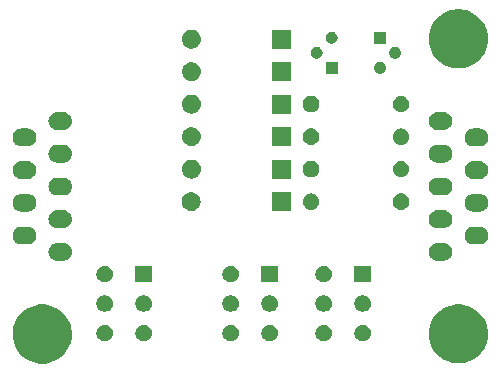
<source format=gbs>
G04 #@! TF.GenerationSoftware,KiCad,Pcbnew,5.0.2-bee76a0~70~ubuntu16.04.1*
G04 #@! TF.CreationDate,2019-02-24T19:25:28+01:00*
G04 #@! TF.ProjectId,OpenC64MegaDrivePadAdapter,4f70656e-4336-4344-9d65-676144726976,5*
G04 #@! TF.SameCoordinates,Original*
G04 #@! TF.FileFunction,Soldermask,Bot*
G04 #@! TF.FilePolarity,Negative*
%FSLAX46Y46*%
G04 Gerber Fmt 4.6, Leading zero omitted, Abs format (unit mm)*
G04 Created by KiCad (PCBNEW 5.0.2-bee76a0~70~ubuntu16.04.1) date dom 24 feb 2019 19:25:28 CET*
%MOMM*%
%LPD*%
G01*
G04 APERTURE LIST*
%ADD10C,0.100000*%
G04 APERTURE END LIST*
D10*
G36*
X144411849Y-113879419D02*
X144653407Y-113927468D01*
X144841909Y-114005548D01*
X145108491Y-114115970D01*
X145518061Y-114389636D01*
X145866364Y-114737939D01*
X146140030Y-115147509D01*
X146250452Y-115414091D01*
X146328532Y-115602593D01*
X146368948Y-115805776D01*
X146424344Y-116084268D01*
X146424630Y-116085709D01*
X146424630Y-116578291D01*
X146328819Y-117059966D01*
X146328532Y-117061406D01*
X146140030Y-117516491D01*
X145866364Y-117926061D01*
X145518061Y-118274364D01*
X145108491Y-118548030D01*
X144841909Y-118658452D01*
X144653407Y-118736532D01*
X144411849Y-118784581D01*
X144170292Y-118832630D01*
X143677708Y-118832630D01*
X143436151Y-118784581D01*
X143194593Y-118736532D01*
X143006091Y-118658452D01*
X142739509Y-118548030D01*
X142329939Y-118274364D01*
X141981636Y-117926061D01*
X141707970Y-117516491D01*
X141519468Y-117061406D01*
X141519182Y-117059966D01*
X141423370Y-116578291D01*
X141423370Y-116085709D01*
X141423657Y-116084268D01*
X141479052Y-115805776D01*
X141519468Y-115602593D01*
X141597548Y-115414091D01*
X141707970Y-115147509D01*
X141981636Y-114737939D01*
X142329939Y-114389636D01*
X142739509Y-114115970D01*
X143006091Y-114005548D01*
X143194593Y-113927468D01*
X143436151Y-113879419D01*
X143677708Y-113831370D01*
X144170292Y-113831370D01*
X144411849Y-113879419D01*
X144411849Y-113879419D01*
G37*
G36*
X179641849Y-113877979D02*
X179883407Y-113926028D01*
X179956207Y-113956183D01*
X180338491Y-114114530D01*
X180748061Y-114388196D01*
X181096364Y-114736499D01*
X181370030Y-115146069D01*
X181370626Y-115147509D01*
X181558532Y-115601153D01*
X181564602Y-115631668D01*
X181654630Y-116084268D01*
X181654630Y-116576852D01*
X181653293Y-116583574D01*
X181558532Y-117059967D01*
X181480452Y-117248469D01*
X181370030Y-117515051D01*
X181096364Y-117924621D01*
X180748061Y-118272924D01*
X180338491Y-118546590D01*
X180071909Y-118657012D01*
X179883407Y-118735092D01*
X179641849Y-118783141D01*
X179400292Y-118831190D01*
X178907708Y-118831190D01*
X178666151Y-118783141D01*
X178424593Y-118735092D01*
X178236091Y-118657012D01*
X177969509Y-118546590D01*
X177559939Y-118272924D01*
X177211636Y-117924621D01*
X176937970Y-117515051D01*
X176827548Y-117248469D01*
X176749468Y-117059967D01*
X176654707Y-116583574D01*
X176653370Y-116576852D01*
X176653370Y-116084268D01*
X176743398Y-115631668D01*
X176749468Y-115601153D01*
X176937374Y-115147509D01*
X176937970Y-115146069D01*
X177211636Y-114736499D01*
X177559939Y-114388196D01*
X177969509Y-114114530D01*
X178351793Y-113956183D01*
X178424593Y-113926028D01*
X178666151Y-113877979D01*
X178907708Y-113829930D01*
X179400292Y-113829930D01*
X179641849Y-113877979D01*
X179641849Y-113877979D01*
G37*
G36*
X160072183Y-115578900D02*
X160199574Y-115631668D01*
X160314225Y-115708275D01*
X160411725Y-115805775D01*
X160488332Y-115920426D01*
X160541100Y-116047817D01*
X160568000Y-116183055D01*
X160568000Y-116320945D01*
X160541100Y-116456183D01*
X160488332Y-116583574D01*
X160411725Y-116698225D01*
X160314225Y-116795725D01*
X160199574Y-116872332D01*
X160072183Y-116925100D01*
X159936945Y-116952000D01*
X159799055Y-116952000D01*
X159663817Y-116925100D01*
X159536426Y-116872332D01*
X159421775Y-116795725D01*
X159324275Y-116698225D01*
X159247668Y-116583574D01*
X159194900Y-116456183D01*
X159168000Y-116320945D01*
X159168000Y-116183055D01*
X159194900Y-116047817D01*
X159247668Y-115920426D01*
X159324275Y-115805775D01*
X159421775Y-115708275D01*
X159536426Y-115631668D01*
X159663817Y-115578900D01*
X159799055Y-115552000D01*
X159936945Y-115552000D01*
X160072183Y-115578900D01*
X160072183Y-115578900D01*
G37*
G36*
X163372183Y-115578900D02*
X163499574Y-115631668D01*
X163614225Y-115708275D01*
X163711725Y-115805775D01*
X163788332Y-115920426D01*
X163841100Y-116047817D01*
X163868000Y-116183055D01*
X163868000Y-116320945D01*
X163841100Y-116456183D01*
X163788332Y-116583574D01*
X163711725Y-116698225D01*
X163614225Y-116795725D01*
X163499574Y-116872332D01*
X163372183Y-116925100D01*
X163236945Y-116952000D01*
X163099055Y-116952000D01*
X162963817Y-116925100D01*
X162836426Y-116872332D01*
X162721775Y-116795725D01*
X162624275Y-116698225D01*
X162547668Y-116583574D01*
X162494900Y-116456183D01*
X162468000Y-116320945D01*
X162468000Y-116183055D01*
X162494900Y-116047817D01*
X162547668Y-115920426D01*
X162624275Y-115805775D01*
X162721775Y-115708275D01*
X162836426Y-115631668D01*
X162963817Y-115578900D01*
X163099055Y-115552000D01*
X163236945Y-115552000D01*
X163372183Y-115578900D01*
X163372183Y-115578900D01*
G37*
G36*
X167946183Y-115578900D02*
X168073574Y-115631668D01*
X168188225Y-115708275D01*
X168285725Y-115805775D01*
X168362332Y-115920426D01*
X168415100Y-116047817D01*
X168442000Y-116183055D01*
X168442000Y-116320945D01*
X168415100Y-116456183D01*
X168362332Y-116583574D01*
X168285725Y-116698225D01*
X168188225Y-116795725D01*
X168073574Y-116872332D01*
X167946183Y-116925100D01*
X167810945Y-116952000D01*
X167673055Y-116952000D01*
X167537817Y-116925100D01*
X167410426Y-116872332D01*
X167295775Y-116795725D01*
X167198275Y-116698225D01*
X167121668Y-116583574D01*
X167068900Y-116456183D01*
X167042000Y-116320945D01*
X167042000Y-116183055D01*
X167068900Y-116047817D01*
X167121668Y-115920426D01*
X167198275Y-115805775D01*
X167295775Y-115708275D01*
X167410426Y-115631668D01*
X167537817Y-115578900D01*
X167673055Y-115552000D01*
X167810945Y-115552000D01*
X167946183Y-115578900D01*
X167946183Y-115578900D01*
G37*
G36*
X149404183Y-115578900D02*
X149531574Y-115631668D01*
X149646225Y-115708275D01*
X149743725Y-115805775D01*
X149820332Y-115920426D01*
X149873100Y-116047817D01*
X149900000Y-116183055D01*
X149900000Y-116320945D01*
X149873100Y-116456183D01*
X149820332Y-116583574D01*
X149743725Y-116698225D01*
X149646225Y-116795725D01*
X149531574Y-116872332D01*
X149404183Y-116925100D01*
X149268945Y-116952000D01*
X149131055Y-116952000D01*
X148995817Y-116925100D01*
X148868426Y-116872332D01*
X148753775Y-116795725D01*
X148656275Y-116698225D01*
X148579668Y-116583574D01*
X148526900Y-116456183D01*
X148500000Y-116320945D01*
X148500000Y-116183055D01*
X148526900Y-116047817D01*
X148579668Y-115920426D01*
X148656275Y-115805775D01*
X148753775Y-115708275D01*
X148868426Y-115631668D01*
X148995817Y-115578900D01*
X149131055Y-115552000D01*
X149268945Y-115552000D01*
X149404183Y-115578900D01*
X149404183Y-115578900D01*
G37*
G36*
X152704183Y-115578900D02*
X152831574Y-115631668D01*
X152946225Y-115708275D01*
X153043725Y-115805775D01*
X153120332Y-115920426D01*
X153173100Y-116047817D01*
X153200000Y-116183055D01*
X153200000Y-116320945D01*
X153173100Y-116456183D01*
X153120332Y-116583574D01*
X153043725Y-116698225D01*
X152946225Y-116795725D01*
X152831574Y-116872332D01*
X152704183Y-116925100D01*
X152568945Y-116952000D01*
X152431055Y-116952000D01*
X152295817Y-116925100D01*
X152168426Y-116872332D01*
X152053775Y-116795725D01*
X151956275Y-116698225D01*
X151879668Y-116583574D01*
X151826900Y-116456183D01*
X151800000Y-116320945D01*
X151800000Y-116183055D01*
X151826900Y-116047817D01*
X151879668Y-115920426D01*
X151956275Y-115805775D01*
X152053775Y-115708275D01*
X152168426Y-115631668D01*
X152295817Y-115578900D01*
X152431055Y-115552000D01*
X152568945Y-115552000D01*
X152704183Y-115578900D01*
X152704183Y-115578900D01*
G37*
G36*
X171246183Y-115578900D02*
X171373574Y-115631668D01*
X171488225Y-115708275D01*
X171585725Y-115805775D01*
X171662332Y-115920426D01*
X171715100Y-116047817D01*
X171742000Y-116183055D01*
X171742000Y-116320945D01*
X171715100Y-116456183D01*
X171662332Y-116583574D01*
X171585725Y-116698225D01*
X171488225Y-116795725D01*
X171373574Y-116872332D01*
X171246183Y-116925100D01*
X171110945Y-116952000D01*
X170973055Y-116952000D01*
X170837817Y-116925100D01*
X170710426Y-116872332D01*
X170595775Y-116795725D01*
X170498275Y-116698225D01*
X170421668Y-116583574D01*
X170368900Y-116456183D01*
X170342000Y-116320945D01*
X170342000Y-116183055D01*
X170368900Y-116047817D01*
X170421668Y-115920426D01*
X170498275Y-115805775D01*
X170595775Y-115708275D01*
X170710426Y-115631668D01*
X170837817Y-115578900D01*
X170973055Y-115552000D01*
X171110945Y-115552000D01*
X171246183Y-115578900D01*
X171246183Y-115578900D01*
G37*
G36*
X149404183Y-113078900D02*
X149531574Y-113131668D01*
X149646225Y-113208275D01*
X149743725Y-113305775D01*
X149820332Y-113420426D01*
X149873100Y-113547817D01*
X149900000Y-113683055D01*
X149900000Y-113820945D01*
X149873100Y-113956183D01*
X149820332Y-114083574D01*
X149743725Y-114198225D01*
X149646225Y-114295725D01*
X149531574Y-114372332D01*
X149404183Y-114425100D01*
X149268945Y-114452000D01*
X149131055Y-114452000D01*
X148995817Y-114425100D01*
X148868426Y-114372332D01*
X148753775Y-114295725D01*
X148656275Y-114198225D01*
X148579668Y-114083574D01*
X148526900Y-113956183D01*
X148500000Y-113820945D01*
X148500000Y-113683055D01*
X148526900Y-113547817D01*
X148579668Y-113420426D01*
X148656275Y-113305775D01*
X148753775Y-113208275D01*
X148868426Y-113131668D01*
X148995817Y-113078900D01*
X149131055Y-113052000D01*
X149268945Y-113052000D01*
X149404183Y-113078900D01*
X149404183Y-113078900D01*
G37*
G36*
X160072183Y-113078900D02*
X160199574Y-113131668D01*
X160314225Y-113208275D01*
X160411725Y-113305775D01*
X160488332Y-113420426D01*
X160541100Y-113547817D01*
X160568000Y-113683055D01*
X160568000Y-113820945D01*
X160541100Y-113956183D01*
X160488332Y-114083574D01*
X160411725Y-114198225D01*
X160314225Y-114295725D01*
X160199574Y-114372332D01*
X160072183Y-114425100D01*
X159936945Y-114452000D01*
X159799055Y-114452000D01*
X159663817Y-114425100D01*
X159536426Y-114372332D01*
X159421775Y-114295725D01*
X159324275Y-114198225D01*
X159247668Y-114083574D01*
X159194900Y-113956183D01*
X159168000Y-113820945D01*
X159168000Y-113683055D01*
X159194900Y-113547817D01*
X159247668Y-113420426D01*
X159324275Y-113305775D01*
X159421775Y-113208275D01*
X159536426Y-113131668D01*
X159663817Y-113078900D01*
X159799055Y-113052000D01*
X159936945Y-113052000D01*
X160072183Y-113078900D01*
X160072183Y-113078900D01*
G37*
G36*
X163372183Y-113078900D02*
X163499574Y-113131668D01*
X163614225Y-113208275D01*
X163711725Y-113305775D01*
X163788332Y-113420426D01*
X163841100Y-113547817D01*
X163868000Y-113683055D01*
X163868000Y-113820945D01*
X163841100Y-113956183D01*
X163788332Y-114083574D01*
X163711725Y-114198225D01*
X163614225Y-114295725D01*
X163499574Y-114372332D01*
X163372183Y-114425100D01*
X163236945Y-114452000D01*
X163099055Y-114452000D01*
X162963817Y-114425100D01*
X162836426Y-114372332D01*
X162721775Y-114295725D01*
X162624275Y-114198225D01*
X162547668Y-114083574D01*
X162494900Y-113956183D01*
X162468000Y-113820945D01*
X162468000Y-113683055D01*
X162494900Y-113547817D01*
X162547668Y-113420426D01*
X162624275Y-113305775D01*
X162721775Y-113208275D01*
X162836426Y-113131668D01*
X162963817Y-113078900D01*
X163099055Y-113052000D01*
X163236945Y-113052000D01*
X163372183Y-113078900D01*
X163372183Y-113078900D01*
G37*
G36*
X167946183Y-113078900D02*
X168073574Y-113131668D01*
X168188225Y-113208275D01*
X168285725Y-113305775D01*
X168362332Y-113420426D01*
X168415100Y-113547817D01*
X168442000Y-113683055D01*
X168442000Y-113820945D01*
X168415100Y-113956183D01*
X168362332Y-114083574D01*
X168285725Y-114198225D01*
X168188225Y-114295725D01*
X168073574Y-114372332D01*
X167946183Y-114425100D01*
X167810945Y-114452000D01*
X167673055Y-114452000D01*
X167537817Y-114425100D01*
X167410426Y-114372332D01*
X167295775Y-114295725D01*
X167198275Y-114198225D01*
X167121668Y-114083574D01*
X167068900Y-113956183D01*
X167042000Y-113820945D01*
X167042000Y-113683055D01*
X167068900Y-113547817D01*
X167121668Y-113420426D01*
X167198275Y-113305775D01*
X167295775Y-113208275D01*
X167410426Y-113131668D01*
X167537817Y-113078900D01*
X167673055Y-113052000D01*
X167810945Y-113052000D01*
X167946183Y-113078900D01*
X167946183Y-113078900D01*
G37*
G36*
X171246183Y-113078900D02*
X171373574Y-113131668D01*
X171488225Y-113208275D01*
X171585725Y-113305775D01*
X171662332Y-113420426D01*
X171715100Y-113547817D01*
X171742000Y-113683055D01*
X171742000Y-113820945D01*
X171715100Y-113956183D01*
X171662332Y-114083574D01*
X171585725Y-114198225D01*
X171488225Y-114295725D01*
X171373574Y-114372332D01*
X171246183Y-114425100D01*
X171110945Y-114452000D01*
X170973055Y-114452000D01*
X170837817Y-114425100D01*
X170710426Y-114372332D01*
X170595775Y-114295725D01*
X170498275Y-114198225D01*
X170421668Y-114083574D01*
X170368900Y-113956183D01*
X170342000Y-113820945D01*
X170342000Y-113683055D01*
X170368900Y-113547817D01*
X170421668Y-113420426D01*
X170498275Y-113305775D01*
X170595775Y-113208275D01*
X170710426Y-113131668D01*
X170837817Y-113078900D01*
X170973055Y-113052000D01*
X171110945Y-113052000D01*
X171246183Y-113078900D01*
X171246183Y-113078900D01*
G37*
G36*
X152704183Y-113078900D02*
X152831574Y-113131668D01*
X152946225Y-113208275D01*
X153043725Y-113305775D01*
X153120332Y-113420426D01*
X153173100Y-113547817D01*
X153200000Y-113683055D01*
X153200000Y-113820945D01*
X153173100Y-113956183D01*
X153120332Y-114083574D01*
X153043725Y-114198225D01*
X152946225Y-114295725D01*
X152831574Y-114372332D01*
X152704183Y-114425100D01*
X152568945Y-114452000D01*
X152431055Y-114452000D01*
X152295817Y-114425100D01*
X152168426Y-114372332D01*
X152053775Y-114295725D01*
X151956275Y-114198225D01*
X151879668Y-114083574D01*
X151826900Y-113956183D01*
X151800000Y-113820945D01*
X151800000Y-113683055D01*
X151826900Y-113547817D01*
X151879668Y-113420426D01*
X151956275Y-113305775D01*
X152053775Y-113208275D01*
X152168426Y-113131668D01*
X152295817Y-113078900D01*
X152431055Y-113052000D01*
X152568945Y-113052000D01*
X152704183Y-113078900D01*
X152704183Y-113078900D01*
G37*
G36*
X160072183Y-110578900D02*
X160199574Y-110631668D01*
X160314225Y-110708275D01*
X160411725Y-110805775D01*
X160488332Y-110920426D01*
X160541100Y-111047817D01*
X160568000Y-111183055D01*
X160568000Y-111320945D01*
X160541100Y-111456183D01*
X160488332Y-111583574D01*
X160411725Y-111698225D01*
X160314225Y-111795725D01*
X160199574Y-111872332D01*
X160072183Y-111925100D01*
X159936945Y-111952000D01*
X159799055Y-111952000D01*
X159663817Y-111925100D01*
X159536426Y-111872332D01*
X159421775Y-111795725D01*
X159324275Y-111698225D01*
X159247668Y-111583574D01*
X159194900Y-111456183D01*
X159168000Y-111320945D01*
X159168000Y-111183055D01*
X159194900Y-111047817D01*
X159247668Y-110920426D01*
X159324275Y-110805775D01*
X159421775Y-110708275D01*
X159536426Y-110631668D01*
X159663817Y-110578900D01*
X159799055Y-110552000D01*
X159936945Y-110552000D01*
X160072183Y-110578900D01*
X160072183Y-110578900D01*
G37*
G36*
X149404183Y-110578900D02*
X149531574Y-110631668D01*
X149646225Y-110708275D01*
X149743725Y-110805775D01*
X149820332Y-110920426D01*
X149873100Y-111047817D01*
X149900000Y-111183055D01*
X149900000Y-111320945D01*
X149873100Y-111456183D01*
X149820332Y-111583574D01*
X149743725Y-111698225D01*
X149646225Y-111795725D01*
X149531574Y-111872332D01*
X149404183Y-111925100D01*
X149268945Y-111952000D01*
X149131055Y-111952000D01*
X148995817Y-111925100D01*
X148868426Y-111872332D01*
X148753775Y-111795725D01*
X148656275Y-111698225D01*
X148579668Y-111583574D01*
X148526900Y-111456183D01*
X148500000Y-111320945D01*
X148500000Y-111183055D01*
X148526900Y-111047817D01*
X148579668Y-110920426D01*
X148656275Y-110805775D01*
X148753775Y-110708275D01*
X148868426Y-110631668D01*
X148995817Y-110578900D01*
X149131055Y-110552000D01*
X149268945Y-110552000D01*
X149404183Y-110578900D01*
X149404183Y-110578900D01*
G37*
G36*
X163868000Y-111952000D02*
X162468000Y-111952000D01*
X162468000Y-110552000D01*
X163868000Y-110552000D01*
X163868000Y-111952000D01*
X163868000Y-111952000D01*
G37*
G36*
X167946183Y-110578900D02*
X168073574Y-110631668D01*
X168188225Y-110708275D01*
X168285725Y-110805775D01*
X168362332Y-110920426D01*
X168415100Y-111047817D01*
X168442000Y-111183055D01*
X168442000Y-111320945D01*
X168415100Y-111456183D01*
X168362332Y-111583574D01*
X168285725Y-111698225D01*
X168188225Y-111795725D01*
X168073574Y-111872332D01*
X167946183Y-111925100D01*
X167810945Y-111952000D01*
X167673055Y-111952000D01*
X167537817Y-111925100D01*
X167410426Y-111872332D01*
X167295775Y-111795725D01*
X167198275Y-111698225D01*
X167121668Y-111583574D01*
X167068900Y-111456183D01*
X167042000Y-111320945D01*
X167042000Y-111183055D01*
X167068900Y-111047817D01*
X167121668Y-110920426D01*
X167198275Y-110805775D01*
X167295775Y-110708275D01*
X167410426Y-110631668D01*
X167537817Y-110578900D01*
X167673055Y-110552000D01*
X167810945Y-110552000D01*
X167946183Y-110578900D01*
X167946183Y-110578900D01*
G37*
G36*
X153200000Y-111952000D02*
X151800000Y-111952000D01*
X151800000Y-110552000D01*
X153200000Y-110552000D01*
X153200000Y-111952000D01*
X153200000Y-111952000D01*
G37*
G36*
X171742000Y-111952000D02*
X170342000Y-111952000D01*
X170342000Y-110552000D01*
X171742000Y-110552000D01*
X171742000Y-111952000D01*
X171742000Y-111952000D01*
G37*
G36*
X145838974Y-108637770D02*
X145838977Y-108637771D01*
X145980460Y-108680689D01*
X145980462Y-108680690D01*
X146110854Y-108750386D01*
X146225141Y-108844179D01*
X146318934Y-108958466D01*
X146388630Y-109088858D01*
X146431550Y-109230346D01*
X146446041Y-109377480D01*
X146431550Y-109524614D01*
X146431549Y-109524617D01*
X146389068Y-109664660D01*
X146388630Y-109666102D01*
X146318934Y-109796494D01*
X146225141Y-109910781D01*
X146110854Y-110004574D01*
X146110852Y-110004575D01*
X145980460Y-110074271D01*
X145865314Y-110109200D01*
X145838974Y-110117190D01*
X145728709Y-110128050D01*
X145157131Y-110128050D01*
X145046866Y-110117190D01*
X145020526Y-110109200D01*
X144905380Y-110074271D01*
X144774988Y-110004575D01*
X144774986Y-110004574D01*
X144660699Y-109910781D01*
X144566906Y-109796494D01*
X144497210Y-109666102D01*
X144496773Y-109664660D01*
X144454291Y-109524617D01*
X144454290Y-109524614D01*
X144439799Y-109377480D01*
X144454290Y-109230346D01*
X144497210Y-109088858D01*
X144566906Y-108958466D01*
X144660699Y-108844179D01*
X144774986Y-108750386D01*
X144905378Y-108680690D01*
X144905380Y-108680689D01*
X145046863Y-108637771D01*
X145046866Y-108637770D01*
X145157131Y-108626910D01*
X145728709Y-108626910D01*
X145838974Y-108637770D01*
X145838974Y-108637770D01*
G37*
G36*
X178031134Y-108636330D02*
X178031137Y-108636331D01*
X178172620Y-108679249D01*
X178172622Y-108679250D01*
X178303014Y-108748946D01*
X178417301Y-108842739D01*
X178511094Y-108957026D01*
X178511095Y-108957028D01*
X178580791Y-109087420D01*
X178615720Y-109202566D01*
X178623710Y-109228906D01*
X178638201Y-109376040D01*
X178623710Y-109523174D01*
X178580790Y-109664662D01*
X178511094Y-109795054D01*
X178417301Y-109909341D01*
X178303014Y-110003134D01*
X178303012Y-110003135D01*
X178172620Y-110072831D01*
X178057474Y-110107760D01*
X178031134Y-110115750D01*
X177920869Y-110126610D01*
X177349291Y-110126610D01*
X177239026Y-110115750D01*
X177212686Y-110107760D01*
X177097540Y-110072831D01*
X176967148Y-110003135D01*
X176967146Y-110003134D01*
X176852859Y-109909341D01*
X176759066Y-109795054D01*
X176689370Y-109664662D01*
X176646450Y-109523174D01*
X176631959Y-109376040D01*
X176646450Y-109228906D01*
X176654440Y-109202566D01*
X176689369Y-109087420D01*
X176759065Y-108957028D01*
X176759066Y-108957026D01*
X176852859Y-108842739D01*
X176967146Y-108748946D01*
X177097538Y-108679250D01*
X177097540Y-108679249D01*
X177239023Y-108636331D01*
X177239026Y-108636330D01*
X177349291Y-108625470D01*
X177920869Y-108625470D01*
X178031134Y-108636330D01*
X178031134Y-108636330D01*
G37*
G36*
X142801134Y-107253470D02*
X142801137Y-107253471D01*
X142942620Y-107296389D01*
X142942622Y-107296390D01*
X143073014Y-107366086D01*
X143187301Y-107459879D01*
X143281094Y-107574166D01*
X143350790Y-107704558D01*
X143393710Y-107846046D01*
X143408201Y-107993180D01*
X143393710Y-108140314D01*
X143393709Y-108140317D01*
X143351228Y-108280360D01*
X143350790Y-108281802D01*
X143281094Y-108412194D01*
X143187301Y-108526481D01*
X143073014Y-108620274D01*
X142959984Y-108680690D01*
X142942620Y-108689971D01*
X142827474Y-108724900D01*
X142801134Y-108732890D01*
X142690869Y-108743750D01*
X142119291Y-108743750D01*
X142009026Y-108732890D01*
X141982686Y-108724900D01*
X141867540Y-108689971D01*
X141850176Y-108680690D01*
X141737146Y-108620274D01*
X141622859Y-108526481D01*
X141529066Y-108412194D01*
X141459370Y-108281802D01*
X141458933Y-108280360D01*
X141416451Y-108140317D01*
X141416450Y-108140314D01*
X141401959Y-107993180D01*
X141416450Y-107846046D01*
X141459370Y-107704558D01*
X141529066Y-107574166D01*
X141622859Y-107459879D01*
X141737146Y-107366086D01*
X141867538Y-107296390D01*
X141867540Y-107296389D01*
X142009023Y-107253471D01*
X142009026Y-107253470D01*
X142119291Y-107242610D01*
X142690869Y-107242610D01*
X142801134Y-107253470D01*
X142801134Y-107253470D01*
G37*
G36*
X181068974Y-107252030D02*
X181068977Y-107252031D01*
X181210460Y-107294949D01*
X181210462Y-107294950D01*
X181340854Y-107364646D01*
X181455141Y-107458439D01*
X181548934Y-107572726D01*
X181548935Y-107572728D01*
X181618631Y-107703120D01*
X181653560Y-107818266D01*
X181661550Y-107844606D01*
X181676041Y-107991740D01*
X181661550Y-108138874D01*
X181618630Y-108280362D01*
X181548934Y-108410754D01*
X181455141Y-108525041D01*
X181340854Y-108618834D01*
X181210462Y-108688530D01*
X181210460Y-108688531D01*
X181095314Y-108723460D01*
X181068974Y-108731450D01*
X180958709Y-108742310D01*
X180387131Y-108742310D01*
X180276866Y-108731450D01*
X180250526Y-108723460D01*
X180135380Y-108688531D01*
X180135378Y-108688530D01*
X180004986Y-108618834D01*
X179890699Y-108525041D01*
X179796906Y-108410754D01*
X179727210Y-108280362D01*
X179684290Y-108138874D01*
X179669799Y-107991740D01*
X179684290Y-107844606D01*
X179692280Y-107818266D01*
X179727209Y-107703120D01*
X179796905Y-107572728D01*
X179796906Y-107572726D01*
X179890699Y-107458439D01*
X180004986Y-107364646D01*
X180135378Y-107294950D01*
X180135380Y-107294949D01*
X180276863Y-107252031D01*
X180276866Y-107252030D01*
X180387131Y-107241170D01*
X180958709Y-107241170D01*
X181068974Y-107252030D01*
X181068974Y-107252030D01*
G37*
G36*
X145838974Y-105869170D02*
X145838977Y-105869171D01*
X145980460Y-105912089D01*
X145980462Y-105912090D01*
X146110854Y-105981786D01*
X146225141Y-106075579D01*
X146318934Y-106189866D01*
X146388630Y-106320258D01*
X146431550Y-106461746D01*
X146446041Y-106608880D01*
X146431550Y-106756014D01*
X146431549Y-106756017D01*
X146389068Y-106896060D01*
X146388630Y-106897502D01*
X146318934Y-107027894D01*
X146225141Y-107142181D01*
X146110854Y-107235974D01*
X145997824Y-107296390D01*
X145980460Y-107305671D01*
X145865314Y-107340600D01*
X145838974Y-107348590D01*
X145728709Y-107359450D01*
X145157131Y-107359450D01*
X145046866Y-107348590D01*
X145020526Y-107340600D01*
X144905380Y-107305671D01*
X144888016Y-107296390D01*
X144774986Y-107235974D01*
X144660699Y-107142181D01*
X144566906Y-107027894D01*
X144497210Y-106897502D01*
X144496773Y-106896060D01*
X144454291Y-106756017D01*
X144454290Y-106756014D01*
X144439799Y-106608880D01*
X144454290Y-106461746D01*
X144497210Y-106320258D01*
X144566906Y-106189866D01*
X144660699Y-106075579D01*
X144774986Y-105981786D01*
X144905378Y-105912090D01*
X144905380Y-105912089D01*
X145046863Y-105869171D01*
X145046866Y-105869170D01*
X145157131Y-105858310D01*
X145728709Y-105858310D01*
X145838974Y-105869170D01*
X145838974Y-105869170D01*
G37*
G36*
X178031134Y-105867730D02*
X178031137Y-105867731D01*
X178172620Y-105910649D01*
X178172622Y-105910650D01*
X178303014Y-105980346D01*
X178417301Y-106074139D01*
X178511094Y-106188426D01*
X178511095Y-106188428D01*
X178580791Y-106318820D01*
X178615720Y-106433966D01*
X178623710Y-106460306D01*
X178638201Y-106607440D01*
X178623710Y-106754574D01*
X178580790Y-106896062D01*
X178511094Y-107026454D01*
X178417301Y-107140741D01*
X178303014Y-107234534D01*
X178172622Y-107304230D01*
X178172620Y-107304231D01*
X178057474Y-107339160D01*
X178031134Y-107347150D01*
X177920869Y-107358010D01*
X177349291Y-107358010D01*
X177239026Y-107347150D01*
X177212686Y-107339160D01*
X177097540Y-107304231D01*
X177097538Y-107304230D01*
X176967146Y-107234534D01*
X176852859Y-107140741D01*
X176759066Y-107026454D01*
X176689370Y-106896062D01*
X176646450Y-106754574D01*
X176631959Y-106607440D01*
X176646450Y-106460306D01*
X176654440Y-106433966D01*
X176689369Y-106318820D01*
X176759065Y-106188428D01*
X176759066Y-106188426D01*
X176852859Y-106074139D01*
X176967146Y-105980346D01*
X177097538Y-105910650D01*
X177097540Y-105910649D01*
X177239023Y-105867731D01*
X177239026Y-105867730D01*
X177349291Y-105856870D01*
X177920869Y-105856870D01*
X178031134Y-105867730D01*
X178031134Y-105867730D01*
G37*
G36*
X142801134Y-104482330D02*
X142801137Y-104482331D01*
X142942620Y-104525249D01*
X142942622Y-104525250D01*
X143073014Y-104594946D01*
X143187301Y-104688739D01*
X143281094Y-104803026D01*
X143281095Y-104803028D01*
X143350791Y-104933420D01*
X143365642Y-104982378D01*
X143393710Y-105074906D01*
X143408201Y-105222040D01*
X143393710Y-105369174D01*
X143393709Y-105369177D01*
X143350876Y-105510381D01*
X143350790Y-105510662D01*
X143281094Y-105641054D01*
X143187301Y-105755341D01*
X143073014Y-105849134D01*
X142955232Y-105912090D01*
X142942620Y-105918831D01*
X142827474Y-105953760D01*
X142801134Y-105961750D01*
X142690869Y-105972610D01*
X142119291Y-105972610D01*
X142009026Y-105961750D01*
X141982686Y-105953760D01*
X141867540Y-105918831D01*
X141854928Y-105912090D01*
X141737146Y-105849134D01*
X141622859Y-105755341D01*
X141529066Y-105641054D01*
X141459370Y-105510662D01*
X141459285Y-105510381D01*
X141416451Y-105369177D01*
X141416450Y-105369174D01*
X141401959Y-105222040D01*
X141416450Y-105074906D01*
X141444518Y-104982378D01*
X141459369Y-104933420D01*
X141529065Y-104803028D01*
X141529066Y-104803026D01*
X141622859Y-104688739D01*
X141737146Y-104594946D01*
X141867538Y-104525250D01*
X141867540Y-104525249D01*
X142009023Y-104482331D01*
X142009026Y-104482330D01*
X142119291Y-104471470D01*
X142690869Y-104471470D01*
X142801134Y-104482330D01*
X142801134Y-104482330D01*
G37*
G36*
X181068974Y-104480890D02*
X181068977Y-104480891D01*
X181210460Y-104523809D01*
X181210462Y-104523810D01*
X181340854Y-104593506D01*
X181455141Y-104687299D01*
X181548934Y-104801586D01*
X181548935Y-104801588D01*
X181618631Y-104931980D01*
X181627972Y-104962773D01*
X181661550Y-105073466D01*
X181676041Y-105220600D01*
X181661550Y-105367734D01*
X181618630Y-105509222D01*
X181548934Y-105639614D01*
X181455141Y-105753901D01*
X181340854Y-105847694D01*
X181210462Y-105917390D01*
X181210460Y-105917391D01*
X181095314Y-105952320D01*
X181068974Y-105960310D01*
X180958709Y-105971170D01*
X180387131Y-105971170D01*
X180276866Y-105960310D01*
X180250526Y-105952320D01*
X180135380Y-105917391D01*
X180135378Y-105917390D01*
X180004986Y-105847694D01*
X179890699Y-105753901D01*
X179796906Y-105639614D01*
X179727210Y-105509222D01*
X179684290Y-105367734D01*
X179669799Y-105220600D01*
X179684290Y-105073466D01*
X179717868Y-104962773D01*
X179727209Y-104931980D01*
X179796905Y-104801588D01*
X179796906Y-104801586D01*
X179890699Y-104687299D01*
X180004986Y-104593506D01*
X180135378Y-104523810D01*
X180135380Y-104523809D01*
X180276863Y-104480891D01*
X180276866Y-104480890D01*
X180387131Y-104470030D01*
X180958709Y-104470030D01*
X181068974Y-104480890D01*
X181068974Y-104480890D01*
G37*
G36*
X156644849Y-104327317D02*
X156684027Y-104331176D01*
X156759428Y-104354049D01*
X156834829Y-104376921D01*
X156973808Y-104451208D01*
X157095622Y-104551178D01*
X157195592Y-104672992D01*
X157269879Y-104811971D01*
X157315624Y-104962774D01*
X157331070Y-105119600D01*
X157315624Y-105276426D01*
X157269879Y-105427229D01*
X157195592Y-105566208D01*
X157095622Y-105688022D01*
X156973808Y-105787992D01*
X156834829Y-105862279D01*
X156759428Y-105885151D01*
X156684027Y-105908024D01*
X156644849Y-105911883D01*
X156566495Y-105919600D01*
X156487905Y-105919600D01*
X156409551Y-105911883D01*
X156370373Y-105908024D01*
X156294972Y-105885151D01*
X156219571Y-105862279D01*
X156080592Y-105787992D01*
X155958778Y-105688022D01*
X155858808Y-105566208D01*
X155784521Y-105427229D01*
X155738776Y-105276426D01*
X155723330Y-105119600D01*
X155738776Y-104962774D01*
X155784521Y-104811971D01*
X155858808Y-104672992D01*
X155958778Y-104551178D01*
X156080592Y-104451208D01*
X156219571Y-104376921D01*
X156294972Y-104354049D01*
X156370373Y-104331176D01*
X156409551Y-104327317D01*
X156487905Y-104319600D01*
X156566495Y-104319600D01*
X156644849Y-104327317D01*
X156644849Y-104327317D01*
G37*
G36*
X164947200Y-105919600D02*
X163347200Y-105919600D01*
X163347200Y-104319600D01*
X164947200Y-104319600D01*
X164947200Y-105919600D01*
X164947200Y-105919600D01*
G37*
G36*
X174431224Y-104429728D02*
X174563175Y-104469755D01*
X174684781Y-104534755D01*
X174791370Y-104622230D01*
X174878845Y-104728819D01*
X174943845Y-104850425D01*
X174983872Y-104982376D01*
X174997387Y-105119600D01*
X174983872Y-105256824D01*
X174943845Y-105388775D01*
X174878845Y-105510381D01*
X174791370Y-105616970D01*
X174684781Y-105704445D01*
X174563175Y-105769445D01*
X174431224Y-105809472D01*
X174328390Y-105819600D01*
X174259610Y-105819600D01*
X174156776Y-105809472D01*
X174024825Y-105769445D01*
X173903219Y-105704445D01*
X173796630Y-105616970D01*
X173709155Y-105510381D01*
X173644155Y-105388775D01*
X173604128Y-105256824D01*
X173590613Y-105119600D01*
X173604128Y-104982376D01*
X173644155Y-104850425D01*
X173709155Y-104728819D01*
X173796630Y-104622230D01*
X173903219Y-104534755D01*
X174024825Y-104469755D01*
X174156776Y-104429728D01*
X174259610Y-104419600D01*
X174328390Y-104419600D01*
X174431224Y-104429728D01*
X174431224Y-104429728D01*
G37*
G36*
X166878183Y-104446500D02*
X167005574Y-104499268D01*
X167058685Y-104534755D01*
X167120225Y-104575875D01*
X167217725Y-104673375D01*
X167294332Y-104788026D01*
X167347100Y-104915417D01*
X167374000Y-105050655D01*
X167374000Y-105188545D01*
X167347100Y-105323783D01*
X167294332Y-105451174D01*
X167217726Y-105565824D01*
X167120224Y-105663326D01*
X167005574Y-105739932D01*
X166878183Y-105792700D01*
X166742945Y-105819600D01*
X166605055Y-105819600D01*
X166469817Y-105792700D01*
X166342426Y-105739932D01*
X166227776Y-105663326D01*
X166130274Y-105565824D01*
X166053668Y-105451174D01*
X166000900Y-105323783D01*
X165974000Y-105188545D01*
X165974000Y-105050655D01*
X166000900Y-104915417D01*
X166053668Y-104788026D01*
X166130275Y-104673375D01*
X166227775Y-104575875D01*
X166289316Y-104534755D01*
X166342426Y-104499268D01*
X166469817Y-104446500D01*
X166605055Y-104419600D01*
X166742945Y-104419600D01*
X166878183Y-104446500D01*
X166878183Y-104446500D01*
G37*
G36*
X145838974Y-103098030D02*
X145838977Y-103098031D01*
X145980460Y-103140949D01*
X145980462Y-103140950D01*
X146110854Y-103210646D01*
X146225141Y-103304439D01*
X146318934Y-103418726D01*
X146388630Y-103549118D01*
X146431550Y-103690606D01*
X146446041Y-103837740D01*
X146431550Y-103984874D01*
X146431549Y-103984877D01*
X146389068Y-104124920D01*
X146388630Y-104126362D01*
X146318934Y-104256754D01*
X146225141Y-104371041D01*
X146110854Y-104464834D01*
X145997824Y-104525250D01*
X145980460Y-104534531D01*
X145865314Y-104569460D01*
X145838974Y-104577450D01*
X145728709Y-104588310D01*
X145157131Y-104588310D01*
X145046866Y-104577450D01*
X145020526Y-104569460D01*
X144905380Y-104534531D01*
X144888016Y-104525250D01*
X144774986Y-104464834D01*
X144660699Y-104371041D01*
X144566906Y-104256754D01*
X144497210Y-104126362D01*
X144496773Y-104124920D01*
X144454291Y-103984877D01*
X144454290Y-103984874D01*
X144439799Y-103837740D01*
X144454290Y-103690606D01*
X144497210Y-103549118D01*
X144566906Y-103418726D01*
X144660699Y-103304439D01*
X144774986Y-103210646D01*
X144905378Y-103140950D01*
X144905380Y-103140949D01*
X145046863Y-103098031D01*
X145046866Y-103098030D01*
X145157131Y-103087170D01*
X145728709Y-103087170D01*
X145838974Y-103098030D01*
X145838974Y-103098030D01*
G37*
G36*
X178031134Y-103096590D02*
X178031137Y-103096591D01*
X178172620Y-103139509D01*
X178172622Y-103139510D01*
X178303014Y-103209206D01*
X178417301Y-103302999D01*
X178511094Y-103417286D01*
X178511095Y-103417288D01*
X178580791Y-103547680D01*
X178615720Y-103662826D01*
X178623710Y-103689166D01*
X178638201Y-103836300D01*
X178623710Y-103983434D01*
X178580790Y-104124922D01*
X178511094Y-104255314D01*
X178417301Y-104369601D01*
X178303014Y-104463394D01*
X178172622Y-104533090D01*
X178172620Y-104533091D01*
X178057474Y-104568020D01*
X178031134Y-104576010D01*
X177920869Y-104586870D01*
X177349291Y-104586870D01*
X177239026Y-104576010D01*
X177212686Y-104568020D01*
X177097540Y-104533091D01*
X177097538Y-104533090D01*
X176967146Y-104463394D01*
X176852859Y-104369601D01*
X176759066Y-104255314D01*
X176689370Y-104124922D01*
X176646450Y-103983434D01*
X176631959Y-103836300D01*
X176646450Y-103689166D01*
X176654440Y-103662826D01*
X176689369Y-103547680D01*
X176759065Y-103417288D01*
X176759066Y-103417286D01*
X176852859Y-103302999D01*
X176967146Y-103209206D01*
X177097538Y-103139510D01*
X177097540Y-103139509D01*
X177239023Y-103096591D01*
X177239026Y-103096590D01*
X177349291Y-103085730D01*
X177920869Y-103085730D01*
X178031134Y-103096590D01*
X178031134Y-103096590D01*
G37*
G36*
X142801134Y-101713730D02*
X142801137Y-101713731D01*
X142942620Y-101756649D01*
X142942622Y-101756650D01*
X143073014Y-101826346D01*
X143187301Y-101920139D01*
X143281094Y-102034426D01*
X143281095Y-102034428D01*
X143350791Y-102164820D01*
X143371284Y-102232376D01*
X143393710Y-102306306D01*
X143408201Y-102453440D01*
X143393710Y-102600574D01*
X143393709Y-102600577D01*
X143351228Y-102740620D01*
X143350790Y-102742062D01*
X143281094Y-102872454D01*
X143187301Y-102986741D01*
X143073014Y-103080534D01*
X142959984Y-103140950D01*
X142942620Y-103150231D01*
X142878768Y-103169600D01*
X142801134Y-103193150D01*
X142690869Y-103204010D01*
X142119291Y-103204010D01*
X142009026Y-103193150D01*
X141931392Y-103169600D01*
X141867540Y-103150231D01*
X141850176Y-103140950D01*
X141737146Y-103080534D01*
X141622859Y-102986741D01*
X141529066Y-102872454D01*
X141459370Y-102742062D01*
X141458933Y-102740620D01*
X141416451Y-102600577D01*
X141416450Y-102600574D01*
X141401959Y-102453440D01*
X141416450Y-102306306D01*
X141438876Y-102232376D01*
X141459369Y-102164820D01*
X141529065Y-102034428D01*
X141529066Y-102034426D01*
X141622859Y-101920139D01*
X141737146Y-101826346D01*
X141867538Y-101756650D01*
X141867540Y-101756649D01*
X142009023Y-101713731D01*
X142009026Y-101713730D01*
X142119291Y-101702870D01*
X142690869Y-101702870D01*
X142801134Y-101713730D01*
X142801134Y-101713730D01*
G37*
G36*
X181068974Y-101712290D02*
X181068977Y-101712291D01*
X181210460Y-101755209D01*
X181210462Y-101755210D01*
X181340854Y-101824906D01*
X181455141Y-101918699D01*
X181548934Y-102032986D01*
X181548935Y-102032988D01*
X181618631Y-102163380D01*
X181639561Y-102232378D01*
X181661550Y-102304866D01*
X181676041Y-102452000D01*
X181661550Y-102599134D01*
X181661549Y-102599137D01*
X181630597Y-102701174D01*
X181618630Y-102740622D01*
X181548934Y-102871014D01*
X181455141Y-102985301D01*
X181340854Y-103079094D01*
X181210462Y-103148790D01*
X181210460Y-103148791D01*
X181141861Y-103169600D01*
X181068974Y-103191710D01*
X180958709Y-103202570D01*
X180387131Y-103202570D01*
X180276866Y-103191710D01*
X180203979Y-103169600D01*
X180135380Y-103148791D01*
X180135378Y-103148790D01*
X180004986Y-103079094D01*
X179890699Y-102985301D01*
X179796906Y-102871014D01*
X179727210Y-102740622D01*
X179715244Y-102701174D01*
X179684291Y-102599137D01*
X179684290Y-102599134D01*
X179669799Y-102452000D01*
X179684290Y-102304866D01*
X179706279Y-102232378D01*
X179727209Y-102163380D01*
X179796905Y-102032988D01*
X179796906Y-102032986D01*
X179890699Y-101918699D01*
X180004986Y-101824906D01*
X180135378Y-101755210D01*
X180135380Y-101755209D01*
X180276863Y-101712291D01*
X180276866Y-101712290D01*
X180387131Y-101701430D01*
X180958709Y-101701430D01*
X181068974Y-101712290D01*
X181068974Y-101712290D01*
G37*
G36*
X164959200Y-103169600D02*
X163359200Y-103169600D01*
X163359200Y-101569600D01*
X164959200Y-101569600D01*
X164959200Y-103169600D01*
X164959200Y-103169600D01*
G37*
G36*
X156656849Y-101577317D02*
X156696027Y-101581176D01*
X156753008Y-101598461D01*
X156846829Y-101626921D01*
X156985808Y-101701208D01*
X157107622Y-101801178D01*
X157207592Y-101922992D01*
X157281879Y-102061971D01*
X157281879Y-102061972D01*
X157327624Y-102212773D01*
X157343070Y-102369600D01*
X157334813Y-102453440D01*
X157327624Y-102526426D01*
X157281879Y-102677229D01*
X157207592Y-102816208D01*
X157107622Y-102938022D01*
X156985808Y-103037992D01*
X156846829Y-103112279D01*
X156771428Y-103135151D01*
X156696027Y-103158024D01*
X156656849Y-103161883D01*
X156578495Y-103169600D01*
X156499905Y-103169600D01*
X156421551Y-103161883D01*
X156382373Y-103158024D01*
X156306972Y-103135151D01*
X156231571Y-103112279D01*
X156092592Y-103037992D01*
X155970778Y-102938022D01*
X155870808Y-102816208D01*
X155796521Y-102677229D01*
X155750776Y-102526426D01*
X155743588Y-102453440D01*
X155735330Y-102369600D01*
X155750776Y-102212773D01*
X155796521Y-102061972D01*
X155796521Y-102061971D01*
X155870808Y-101922992D01*
X155970778Y-101801178D01*
X156092592Y-101701208D01*
X156231571Y-101626921D01*
X156325392Y-101598461D01*
X156382373Y-101581176D01*
X156421551Y-101577317D01*
X156499905Y-101569600D01*
X156578495Y-101569600D01*
X156656849Y-101577317D01*
X156656849Y-101577317D01*
G37*
G36*
X174498183Y-101696500D02*
X174625574Y-101749268D01*
X174738774Y-101824905D01*
X174740225Y-101825875D01*
X174837725Y-101923375D01*
X174914332Y-102038026D01*
X174967100Y-102165417D01*
X174994000Y-102300655D01*
X174994000Y-102438545D01*
X174967100Y-102573783D01*
X174914332Y-102701174D01*
X174837726Y-102815824D01*
X174740224Y-102913326D01*
X174632505Y-102985301D01*
X174625574Y-102989932D01*
X174498183Y-103042700D01*
X174362945Y-103069600D01*
X174225055Y-103069600D01*
X174089817Y-103042700D01*
X173962426Y-102989932D01*
X173955495Y-102985301D01*
X173847776Y-102913326D01*
X173750274Y-102815824D01*
X173673668Y-102701174D01*
X173620900Y-102573783D01*
X173594000Y-102438545D01*
X173594000Y-102300655D01*
X173620900Y-102165417D01*
X173673668Y-102038026D01*
X173750275Y-101923375D01*
X173847775Y-101825875D01*
X173849227Y-101824905D01*
X173962426Y-101749268D01*
X174089817Y-101696500D01*
X174225055Y-101669600D01*
X174362945Y-101669600D01*
X174498183Y-101696500D01*
X174498183Y-101696500D01*
G37*
G36*
X166811224Y-101679728D02*
X166943175Y-101719755D01*
X167064781Y-101784755D01*
X167171370Y-101872230D01*
X167258845Y-101978819D01*
X167323845Y-102100425D01*
X167363872Y-102232376D01*
X167377387Y-102369600D01*
X167363872Y-102506824D01*
X167323845Y-102638775D01*
X167258845Y-102760381D01*
X167171370Y-102866970D01*
X167064781Y-102954445D01*
X166943175Y-103019445D01*
X166811224Y-103059472D01*
X166708390Y-103069600D01*
X166639610Y-103069600D01*
X166536776Y-103059472D01*
X166404825Y-103019445D01*
X166283219Y-102954445D01*
X166176630Y-102866970D01*
X166089155Y-102760381D01*
X166024155Y-102638775D01*
X165984128Y-102506824D01*
X165970613Y-102369600D01*
X165984128Y-102232376D01*
X166024155Y-102100425D01*
X166089155Y-101978819D01*
X166176630Y-101872230D01*
X166283219Y-101784755D01*
X166404825Y-101719755D01*
X166536776Y-101679728D01*
X166639610Y-101669600D01*
X166708390Y-101669600D01*
X166811224Y-101679728D01*
X166811224Y-101679728D01*
G37*
G36*
X145838974Y-100326890D02*
X145838977Y-100326891D01*
X145980460Y-100369809D01*
X145980462Y-100369810D01*
X146110854Y-100439506D01*
X146225141Y-100533299D01*
X146318934Y-100647586D01*
X146388630Y-100777978D01*
X146431550Y-100919466D01*
X146446041Y-101066600D01*
X146431550Y-101213734D01*
X146431549Y-101213737D01*
X146389068Y-101353780D01*
X146388630Y-101355222D01*
X146318934Y-101485614D01*
X146225141Y-101599901D01*
X146110854Y-101693694D01*
X145993072Y-101756650D01*
X145980460Y-101763391D01*
X145865314Y-101798320D01*
X145838974Y-101806310D01*
X145728709Y-101817170D01*
X145157131Y-101817170D01*
X145046866Y-101806310D01*
X145020526Y-101798320D01*
X144905380Y-101763391D01*
X144892768Y-101756650D01*
X144774986Y-101693694D01*
X144660699Y-101599901D01*
X144566906Y-101485614D01*
X144497210Y-101355222D01*
X144496773Y-101353780D01*
X144454291Y-101213737D01*
X144454290Y-101213734D01*
X144439799Y-101066600D01*
X144454290Y-100919466D01*
X144497210Y-100777978D01*
X144566906Y-100647586D01*
X144660699Y-100533299D01*
X144774986Y-100439506D01*
X144905378Y-100369810D01*
X144905380Y-100369809D01*
X145046863Y-100326891D01*
X145046866Y-100326890D01*
X145157131Y-100316030D01*
X145728709Y-100316030D01*
X145838974Y-100326890D01*
X145838974Y-100326890D01*
G37*
G36*
X178031134Y-100325450D02*
X178031137Y-100325451D01*
X178172620Y-100368369D01*
X178172622Y-100368370D01*
X178303014Y-100438066D01*
X178417301Y-100531859D01*
X178511094Y-100646146D01*
X178511095Y-100646148D01*
X178580791Y-100776540D01*
X178615720Y-100891686D01*
X178623710Y-100918026D01*
X178638201Y-101065160D01*
X178623710Y-101212294D01*
X178580790Y-101353782D01*
X178511094Y-101484174D01*
X178417301Y-101598461D01*
X178303014Y-101692254D01*
X178172622Y-101761950D01*
X178172620Y-101761951D01*
X178057474Y-101796880D01*
X178031134Y-101804870D01*
X177920869Y-101815730D01*
X177349291Y-101815730D01*
X177239026Y-101804870D01*
X177212686Y-101796880D01*
X177097540Y-101761951D01*
X177097538Y-101761950D01*
X176967146Y-101692254D01*
X176852859Y-101598461D01*
X176759066Y-101484174D01*
X176689370Y-101353782D01*
X176646450Y-101212294D01*
X176631959Y-101065160D01*
X176646450Y-100918026D01*
X176654440Y-100891686D01*
X176689369Y-100776540D01*
X176759065Y-100646148D01*
X176759066Y-100646146D01*
X176852859Y-100531859D01*
X176967146Y-100438066D01*
X177097538Y-100368370D01*
X177097540Y-100368369D01*
X177239023Y-100325451D01*
X177239026Y-100325450D01*
X177349291Y-100314590D01*
X177920869Y-100314590D01*
X178031134Y-100325450D01*
X178031134Y-100325450D01*
G37*
G36*
X142801134Y-98942590D02*
X142814027Y-98946501D01*
X142942620Y-98985509D01*
X142942622Y-98985510D01*
X143073014Y-99055206D01*
X143187301Y-99148999D01*
X143281094Y-99263286D01*
X143281095Y-99263288D01*
X143350791Y-99393680D01*
X143357385Y-99415418D01*
X143393710Y-99535166D01*
X143408201Y-99682300D01*
X143393710Y-99829434D01*
X143393709Y-99829437D01*
X143351228Y-99969480D01*
X143350790Y-99970922D01*
X143281094Y-100101314D01*
X143187301Y-100215601D01*
X143073014Y-100309394D01*
X142959984Y-100369810D01*
X142942620Y-100379091D01*
X142847240Y-100408024D01*
X142801134Y-100422010D01*
X142690869Y-100432870D01*
X142119291Y-100432870D01*
X142009026Y-100422010D01*
X141962920Y-100408024D01*
X141867540Y-100379091D01*
X141850176Y-100369810D01*
X141737146Y-100309394D01*
X141622859Y-100215601D01*
X141529066Y-100101314D01*
X141459370Y-99970922D01*
X141458933Y-99969480D01*
X141416451Y-99829437D01*
X141416450Y-99829434D01*
X141401959Y-99682300D01*
X141416450Y-99535166D01*
X141452775Y-99415418D01*
X141459369Y-99393680D01*
X141529065Y-99263288D01*
X141529066Y-99263286D01*
X141622859Y-99148999D01*
X141737146Y-99055206D01*
X141867538Y-98985510D01*
X141867540Y-98985509D01*
X141996133Y-98946501D01*
X142009026Y-98942590D01*
X142119291Y-98931730D01*
X142690869Y-98931730D01*
X142801134Y-98942590D01*
X142801134Y-98942590D01*
G37*
G36*
X181068974Y-98941150D02*
X181086614Y-98946501D01*
X181210460Y-98984069D01*
X181210462Y-98984070D01*
X181340854Y-99053766D01*
X181455141Y-99147559D01*
X181548934Y-99261846D01*
X181575726Y-99311971D01*
X181618631Y-99392240D01*
X181625662Y-99415418D01*
X181661550Y-99533726D01*
X181676041Y-99680860D01*
X181661550Y-99827994D01*
X181661549Y-99827997D01*
X181631448Y-99927229D01*
X181618630Y-99969482D01*
X181548934Y-100099874D01*
X181455141Y-100214161D01*
X181340854Y-100307954D01*
X181210462Y-100377650D01*
X181210460Y-100377651D01*
X181110333Y-100408024D01*
X181068974Y-100420570D01*
X180958709Y-100431430D01*
X180387131Y-100431430D01*
X180276866Y-100420570D01*
X180235507Y-100408024D01*
X180135380Y-100377651D01*
X180135378Y-100377650D01*
X180004986Y-100307954D01*
X179890699Y-100214161D01*
X179796906Y-100099874D01*
X179727210Y-99969482D01*
X179714393Y-99927229D01*
X179684291Y-99827997D01*
X179684290Y-99827994D01*
X179669799Y-99680860D01*
X179684290Y-99533726D01*
X179720178Y-99415418D01*
X179727209Y-99392240D01*
X179770114Y-99311971D01*
X179796906Y-99261846D01*
X179890699Y-99147559D01*
X180004986Y-99053766D01*
X180135378Y-98984070D01*
X180135380Y-98984069D01*
X180259226Y-98946501D01*
X180276866Y-98941150D01*
X180387131Y-98930290D01*
X180958709Y-98930290D01*
X181068974Y-98941150D01*
X181068974Y-98941150D01*
G37*
G36*
X156656849Y-98827317D02*
X156696027Y-98831176D01*
X156771427Y-98854048D01*
X156846829Y-98876921D01*
X156985808Y-98951208D01*
X157107622Y-99051178D01*
X157207592Y-99172992D01*
X157281879Y-99311971D01*
X157281879Y-99311972D01*
X157327624Y-99462773D01*
X157343070Y-99619600D01*
X157327624Y-99776427D01*
X157304752Y-99851827D01*
X157281879Y-99927229D01*
X157207592Y-100066208D01*
X157107622Y-100188022D01*
X156985808Y-100287992D01*
X156846829Y-100362279D01*
X156771427Y-100385152D01*
X156696027Y-100408024D01*
X156656849Y-100411883D01*
X156578495Y-100419600D01*
X156499905Y-100419600D01*
X156421551Y-100411883D01*
X156382373Y-100408024D01*
X156306973Y-100385152D01*
X156231571Y-100362279D01*
X156092592Y-100287992D01*
X155970778Y-100188022D01*
X155870808Y-100066208D01*
X155796521Y-99927229D01*
X155773649Y-99851828D01*
X155750776Y-99776427D01*
X155735330Y-99619600D01*
X155750776Y-99462773D01*
X155796521Y-99311972D01*
X155796521Y-99311971D01*
X155870808Y-99172992D01*
X155970778Y-99051178D01*
X156092592Y-98951208D01*
X156231571Y-98876921D01*
X156306973Y-98854048D01*
X156382373Y-98831176D01*
X156421551Y-98827317D01*
X156499905Y-98819600D01*
X156578495Y-98819600D01*
X156656849Y-98827317D01*
X156656849Y-98827317D01*
G37*
G36*
X164959200Y-100419600D02*
X163359200Y-100419600D01*
X163359200Y-98819600D01*
X164959200Y-98819600D01*
X164959200Y-100419600D01*
X164959200Y-100419600D01*
G37*
G36*
X174498183Y-98946500D02*
X174625574Y-98999268D01*
X174740224Y-99075874D01*
X174837726Y-99173376D01*
X174897801Y-99263286D01*
X174914332Y-99288026D01*
X174967100Y-99415417D01*
X174994000Y-99550655D01*
X174994000Y-99688545D01*
X174967100Y-99823783D01*
X174914332Y-99951174D01*
X174837726Y-100065824D01*
X174740224Y-100163326D01*
X174664143Y-100214161D01*
X174625574Y-100239932D01*
X174498183Y-100292700D01*
X174362945Y-100319600D01*
X174225055Y-100319600D01*
X174089817Y-100292700D01*
X173962426Y-100239932D01*
X173923857Y-100214161D01*
X173847776Y-100163326D01*
X173750274Y-100065824D01*
X173673668Y-99951174D01*
X173620900Y-99823783D01*
X173594000Y-99688545D01*
X173594000Y-99550655D01*
X173620900Y-99415417D01*
X173673668Y-99288026D01*
X173690199Y-99263286D01*
X173750274Y-99173376D01*
X173847776Y-99075874D01*
X173962426Y-98999268D01*
X174089817Y-98946500D01*
X174225055Y-98919600D01*
X174362945Y-98919600D01*
X174498183Y-98946500D01*
X174498183Y-98946500D01*
G37*
G36*
X166811224Y-98929728D02*
X166943175Y-98969755D01*
X167064781Y-99034755D01*
X167171370Y-99122230D01*
X167258845Y-99228819D01*
X167323845Y-99350425D01*
X167363872Y-99482376D01*
X167377387Y-99619600D01*
X167363872Y-99756824D01*
X167323845Y-99888775D01*
X167258845Y-100010381D01*
X167171370Y-100116970D01*
X167064781Y-100204445D01*
X166943175Y-100269445D01*
X166811224Y-100309472D01*
X166708390Y-100319600D01*
X166639610Y-100319600D01*
X166536776Y-100309472D01*
X166404825Y-100269445D01*
X166283219Y-100204445D01*
X166176630Y-100116970D01*
X166089155Y-100010381D01*
X166024155Y-99888775D01*
X165984128Y-99756824D01*
X165970613Y-99619600D01*
X165984128Y-99482376D01*
X166024155Y-99350425D01*
X166089155Y-99228819D01*
X166176630Y-99122230D01*
X166283219Y-99034755D01*
X166404825Y-98969755D01*
X166536776Y-98929728D01*
X166639610Y-98919600D01*
X166708390Y-98919600D01*
X166811224Y-98929728D01*
X166811224Y-98929728D01*
G37*
G36*
X145838974Y-97558290D02*
X145865314Y-97566280D01*
X145980460Y-97601209D01*
X145980462Y-97601210D01*
X146110854Y-97670906D01*
X146225141Y-97764699D01*
X146318934Y-97878986D01*
X146388630Y-98009378D01*
X146431550Y-98150866D01*
X146446041Y-98298000D01*
X146431550Y-98445134D01*
X146431549Y-98445137D01*
X146389068Y-98585180D01*
X146388630Y-98586622D01*
X146318934Y-98717014D01*
X146225141Y-98831301D01*
X146110854Y-98925094D01*
X145997824Y-98985510D01*
X145980460Y-98994791D01*
X145865314Y-99029720D01*
X145838974Y-99037710D01*
X145728709Y-99048570D01*
X145157131Y-99048570D01*
X145046866Y-99037710D01*
X145020526Y-99029720D01*
X144905380Y-98994791D01*
X144888016Y-98985510D01*
X144774986Y-98925094D01*
X144660699Y-98831301D01*
X144566906Y-98717014D01*
X144497210Y-98586622D01*
X144496773Y-98585180D01*
X144454291Y-98445137D01*
X144454290Y-98445134D01*
X144439799Y-98298000D01*
X144454290Y-98150866D01*
X144497210Y-98009378D01*
X144566906Y-97878986D01*
X144660699Y-97764699D01*
X144774986Y-97670906D01*
X144905378Y-97601210D01*
X144905380Y-97601209D01*
X145020526Y-97566280D01*
X145046866Y-97558290D01*
X145157131Y-97547430D01*
X145728709Y-97547430D01*
X145838974Y-97558290D01*
X145838974Y-97558290D01*
G37*
G36*
X178031134Y-97556850D02*
X178057474Y-97564840D01*
X178172620Y-97599769D01*
X178172622Y-97599770D01*
X178303014Y-97669466D01*
X178417301Y-97763259D01*
X178511094Y-97877546D01*
X178511095Y-97877548D01*
X178580791Y-98007940D01*
X178615720Y-98123086D01*
X178623710Y-98149426D01*
X178638201Y-98296560D01*
X178623710Y-98443694D01*
X178580790Y-98585182D01*
X178511094Y-98715574D01*
X178417301Y-98829861D01*
X178303014Y-98923654D01*
X178172622Y-98993350D01*
X178172620Y-98993351D01*
X178057474Y-99028280D01*
X178031134Y-99036270D01*
X177920869Y-99047130D01*
X177349291Y-99047130D01*
X177239026Y-99036270D01*
X177212686Y-99028280D01*
X177097540Y-98993351D01*
X177097538Y-98993350D01*
X176967146Y-98923654D01*
X176852859Y-98829861D01*
X176759066Y-98715574D01*
X176689370Y-98585182D01*
X176646450Y-98443694D01*
X176631959Y-98296560D01*
X176646450Y-98149426D01*
X176654440Y-98123086D01*
X176689369Y-98007940D01*
X176759065Y-97877548D01*
X176759066Y-97877546D01*
X176852859Y-97763259D01*
X176967146Y-97669466D01*
X177097538Y-97599770D01*
X177097540Y-97599769D01*
X177212686Y-97564840D01*
X177239026Y-97556850D01*
X177349291Y-97545990D01*
X177920869Y-97545990D01*
X178031134Y-97556850D01*
X178031134Y-97556850D01*
G37*
G36*
X164959200Y-97669600D02*
X163359200Y-97669600D01*
X163359200Y-96069600D01*
X164959200Y-96069600D01*
X164959200Y-97669600D01*
X164959200Y-97669600D01*
G37*
G36*
X156656849Y-96077317D02*
X156696027Y-96081176D01*
X156771427Y-96104048D01*
X156846829Y-96126921D01*
X156985808Y-96201208D01*
X157107622Y-96301178D01*
X157207592Y-96422992D01*
X157281879Y-96561971D01*
X157327624Y-96712774D01*
X157343070Y-96869600D01*
X157327624Y-97026426D01*
X157281879Y-97177229D01*
X157207592Y-97316208D01*
X157107622Y-97438022D01*
X156985808Y-97537992D01*
X156846829Y-97612279D01*
X156771427Y-97635152D01*
X156696027Y-97658024D01*
X156656849Y-97661883D01*
X156578495Y-97669600D01*
X156499905Y-97669600D01*
X156421551Y-97661883D01*
X156382373Y-97658024D01*
X156306973Y-97635152D01*
X156231571Y-97612279D01*
X156092592Y-97537992D01*
X155970778Y-97438022D01*
X155870808Y-97316208D01*
X155796521Y-97177229D01*
X155750776Y-97026426D01*
X155735330Y-96869600D01*
X155750776Y-96712774D01*
X155796521Y-96561971D01*
X155870808Y-96422992D01*
X155970778Y-96301178D01*
X156092592Y-96201208D01*
X156231571Y-96126921D01*
X156306973Y-96104048D01*
X156382373Y-96081176D01*
X156421551Y-96077317D01*
X156499905Y-96069600D01*
X156578495Y-96069600D01*
X156656849Y-96077317D01*
X156656849Y-96077317D01*
G37*
G36*
X166811224Y-96179728D02*
X166943175Y-96219755D01*
X167064781Y-96284755D01*
X167171370Y-96372230D01*
X167258845Y-96478819D01*
X167323845Y-96600425D01*
X167363872Y-96732376D01*
X167377387Y-96869600D01*
X167363872Y-97006824D01*
X167323845Y-97138775D01*
X167258845Y-97260381D01*
X167171370Y-97366970D01*
X167064781Y-97454445D01*
X166943175Y-97519445D01*
X166811224Y-97559472D01*
X166708390Y-97569600D01*
X166639610Y-97569600D01*
X166536776Y-97559472D01*
X166404825Y-97519445D01*
X166283219Y-97454445D01*
X166176630Y-97366970D01*
X166089155Y-97260381D01*
X166024155Y-97138775D01*
X165984128Y-97006824D01*
X165970613Y-96869600D01*
X165984128Y-96732376D01*
X166024155Y-96600425D01*
X166089155Y-96478819D01*
X166176630Y-96372230D01*
X166283219Y-96284755D01*
X166404825Y-96219755D01*
X166536776Y-96179728D01*
X166639610Y-96169600D01*
X166708390Y-96169600D01*
X166811224Y-96179728D01*
X166811224Y-96179728D01*
G37*
G36*
X174498183Y-96196500D02*
X174625574Y-96249268D01*
X174678685Y-96284755D01*
X174740225Y-96325875D01*
X174837725Y-96423375D01*
X174914332Y-96538026D01*
X174967100Y-96665417D01*
X174994000Y-96800655D01*
X174994000Y-96938545D01*
X174967100Y-97073783D01*
X174914332Y-97201174D01*
X174837726Y-97315824D01*
X174740224Y-97413326D01*
X174625574Y-97489932D01*
X174498183Y-97542700D01*
X174362945Y-97569600D01*
X174225055Y-97569600D01*
X174089817Y-97542700D01*
X173962426Y-97489932D01*
X173847776Y-97413326D01*
X173750274Y-97315824D01*
X173673668Y-97201174D01*
X173620900Y-97073783D01*
X173594000Y-96938545D01*
X173594000Y-96800655D01*
X173620900Y-96665417D01*
X173673668Y-96538026D01*
X173750275Y-96423375D01*
X173847775Y-96325875D01*
X173909316Y-96284755D01*
X173962426Y-96249268D01*
X174089817Y-96196500D01*
X174225055Y-96169600D01*
X174362945Y-96169600D01*
X174498183Y-96196500D01*
X174498183Y-96196500D01*
G37*
G36*
X156656849Y-93327317D02*
X156696027Y-93331176D01*
X156771428Y-93354049D01*
X156846829Y-93376921D01*
X156985808Y-93451208D01*
X157107622Y-93551178D01*
X157207592Y-93672992D01*
X157281879Y-93811971D01*
X157327624Y-93962774D01*
X157343070Y-94119600D01*
X157327624Y-94276426D01*
X157281879Y-94427229D01*
X157207592Y-94566208D01*
X157107622Y-94688022D01*
X156985808Y-94787992D01*
X156846829Y-94862279D01*
X156771427Y-94885152D01*
X156696027Y-94908024D01*
X156656849Y-94911883D01*
X156578495Y-94919600D01*
X156499905Y-94919600D01*
X156421551Y-94911883D01*
X156382373Y-94908024D01*
X156306973Y-94885152D01*
X156231571Y-94862279D01*
X156092592Y-94787992D01*
X155970778Y-94688022D01*
X155870808Y-94566208D01*
X155796521Y-94427229D01*
X155750776Y-94276426D01*
X155735330Y-94119600D01*
X155750776Y-93962774D01*
X155796521Y-93811971D01*
X155870808Y-93672992D01*
X155970778Y-93551178D01*
X156092592Y-93451208D01*
X156231571Y-93376921D01*
X156306972Y-93354049D01*
X156382373Y-93331176D01*
X156421551Y-93327317D01*
X156499905Y-93319600D01*
X156578495Y-93319600D01*
X156656849Y-93327317D01*
X156656849Y-93327317D01*
G37*
G36*
X164959200Y-94919600D02*
X163359200Y-94919600D01*
X163359200Y-93319600D01*
X164959200Y-93319600D01*
X164959200Y-94919600D01*
X164959200Y-94919600D01*
G37*
G36*
X172660252Y-93302824D02*
X172751246Y-93340515D01*
X172805731Y-93376921D01*
X172833141Y-93395236D01*
X172902780Y-93464875D01*
X172902782Y-93464878D01*
X172957501Y-93546770D01*
X172995192Y-93637764D01*
X173014407Y-93734363D01*
X173014407Y-93832855D01*
X172995192Y-93929454D01*
X172957502Y-94020446D01*
X172902780Y-94102343D01*
X172833141Y-94171982D01*
X172833138Y-94171984D01*
X172751246Y-94226703D01*
X172660252Y-94264394D01*
X172563653Y-94283609D01*
X172465161Y-94283609D01*
X172368562Y-94264394D01*
X172277568Y-94226703D01*
X172195676Y-94171984D01*
X172195673Y-94171982D01*
X172126034Y-94102343D01*
X172071312Y-94020446D01*
X172033622Y-93929454D01*
X172014407Y-93832855D01*
X172014407Y-93734363D01*
X172033622Y-93637764D01*
X172071313Y-93546770D01*
X172126032Y-93464878D01*
X172126034Y-93464875D01*
X172195673Y-93395236D01*
X172223083Y-93376921D01*
X172277568Y-93340515D01*
X172368562Y-93302824D01*
X172465161Y-93283609D01*
X172563653Y-93283609D01*
X172660252Y-93302824D01*
X172660252Y-93302824D01*
G37*
G36*
X168928696Y-94283609D02*
X167928696Y-94283609D01*
X167928696Y-93283609D01*
X168928696Y-93283609D01*
X168928696Y-94283609D01*
X168928696Y-94283609D01*
G37*
G36*
X179641849Y-88889459D02*
X179883407Y-88937508D01*
X180071909Y-89015588D01*
X180338491Y-89126010D01*
X180748061Y-89399676D01*
X181096364Y-89747979D01*
X181370030Y-90157549D01*
X181480452Y-90424131D01*
X181558532Y-90612633D01*
X181654630Y-91095749D01*
X181654630Y-91588331D01*
X181558532Y-92071447D01*
X181507406Y-92194875D01*
X181370030Y-92526531D01*
X181096364Y-92936101D01*
X180748061Y-93284404D01*
X180338491Y-93558070D01*
X180146092Y-93637764D01*
X179883407Y-93746572D01*
X179641849Y-93794621D01*
X179400292Y-93842670D01*
X178907708Y-93842670D01*
X178666151Y-93794621D01*
X178424593Y-93746572D01*
X178161908Y-93637764D01*
X177969509Y-93558070D01*
X177559939Y-93284404D01*
X177211636Y-92936101D01*
X176937970Y-92526531D01*
X176800594Y-92194875D01*
X176749468Y-92071447D01*
X176653370Y-91588331D01*
X176653370Y-91095749D01*
X176749468Y-90612633D01*
X176827548Y-90424131D01*
X176937970Y-90157549D01*
X177211636Y-89747979D01*
X177559939Y-89399676D01*
X177969509Y-89126010D01*
X178236091Y-89015588D01*
X178424593Y-88937508D01*
X178666151Y-88889459D01*
X178907708Y-88841410D01*
X179400292Y-88841410D01*
X179641849Y-88889459D01*
X179641849Y-88889459D01*
G37*
G36*
X173930252Y-92032824D02*
X174021246Y-92070515D01*
X174083750Y-92112279D01*
X174103141Y-92125236D01*
X174172780Y-92194875D01*
X174227502Y-92276772D01*
X174265192Y-92367764D01*
X174284407Y-92464364D01*
X174284407Y-92562854D01*
X174265192Y-92659454D01*
X174227502Y-92750446D01*
X174172780Y-92832343D01*
X174103141Y-92901982D01*
X174103138Y-92901984D01*
X174021246Y-92956703D01*
X173930252Y-92994394D01*
X173833653Y-93013609D01*
X173735161Y-93013609D01*
X173638562Y-92994394D01*
X173547568Y-92956703D01*
X173465676Y-92901984D01*
X173465673Y-92901982D01*
X173396034Y-92832343D01*
X173341312Y-92750446D01*
X173303622Y-92659454D01*
X173284407Y-92562854D01*
X173284407Y-92464364D01*
X173303622Y-92367764D01*
X173341312Y-92276772D01*
X173396034Y-92194875D01*
X173465673Y-92125236D01*
X173485064Y-92112279D01*
X173547568Y-92070515D01*
X173638562Y-92032824D01*
X173735161Y-92013609D01*
X173833653Y-92013609D01*
X173930252Y-92032824D01*
X173930252Y-92032824D01*
G37*
G36*
X167304541Y-92032824D02*
X167395535Y-92070515D01*
X167458039Y-92112279D01*
X167477430Y-92125236D01*
X167547069Y-92194875D01*
X167601791Y-92276772D01*
X167639481Y-92367764D01*
X167658696Y-92464364D01*
X167658696Y-92562854D01*
X167639481Y-92659454D01*
X167601791Y-92750446D01*
X167547069Y-92832343D01*
X167477430Y-92901982D01*
X167477427Y-92901984D01*
X167395535Y-92956703D01*
X167304541Y-92994394D01*
X167207942Y-93013609D01*
X167109450Y-93013609D01*
X167012851Y-92994394D01*
X166921857Y-92956703D01*
X166839965Y-92901984D01*
X166839962Y-92901982D01*
X166770323Y-92832343D01*
X166715601Y-92750446D01*
X166677911Y-92659454D01*
X166658696Y-92562854D01*
X166658696Y-92464364D01*
X166677911Y-92367764D01*
X166715601Y-92276772D01*
X166770323Y-92194875D01*
X166839962Y-92125236D01*
X166859353Y-92112279D01*
X166921857Y-92070515D01*
X167012851Y-92032824D01*
X167109450Y-92013609D01*
X167207942Y-92013609D01*
X167304541Y-92032824D01*
X167304541Y-92032824D01*
G37*
G36*
X156656849Y-90577317D02*
X156696027Y-90581176D01*
X156771428Y-90604049D01*
X156846829Y-90626921D01*
X156985808Y-90701208D01*
X157107622Y-90801178D01*
X157207592Y-90922992D01*
X157281879Y-91061971D01*
X157304751Y-91137372D01*
X157327624Y-91212773D01*
X157343070Y-91369600D01*
X157332153Y-91480448D01*
X157327624Y-91526426D01*
X157281879Y-91677229D01*
X157207592Y-91816208D01*
X157107622Y-91938022D01*
X156985808Y-92037992D01*
X156846829Y-92112279D01*
X156804115Y-92125236D01*
X156696027Y-92158024D01*
X156656849Y-92161883D01*
X156578495Y-92169600D01*
X156499905Y-92169600D01*
X156421551Y-92161883D01*
X156382373Y-92158024D01*
X156274285Y-92125236D01*
X156231571Y-92112279D01*
X156092592Y-92037992D01*
X155970778Y-91938022D01*
X155870808Y-91816208D01*
X155796521Y-91677229D01*
X155750776Y-91526426D01*
X155746248Y-91480448D01*
X155735330Y-91369600D01*
X155750776Y-91212773D01*
X155773649Y-91137372D01*
X155796521Y-91061971D01*
X155870808Y-90922992D01*
X155970778Y-90801178D01*
X156092592Y-90701208D01*
X156231571Y-90626921D01*
X156306972Y-90604049D01*
X156382373Y-90581176D01*
X156421551Y-90577317D01*
X156499905Y-90569600D01*
X156578495Y-90569600D01*
X156656849Y-90577317D01*
X156656849Y-90577317D01*
G37*
G36*
X164959200Y-92169600D02*
X163359200Y-92169600D01*
X163359200Y-90569600D01*
X164959200Y-90569600D01*
X164959200Y-92169600D01*
X164959200Y-92169600D01*
G37*
G36*
X173014407Y-91743609D02*
X172014407Y-91743609D01*
X172014407Y-90743609D01*
X173014407Y-90743609D01*
X173014407Y-91743609D01*
X173014407Y-91743609D01*
G37*
G36*
X168574541Y-90762824D02*
X168665535Y-90800515D01*
X168666527Y-90801178D01*
X168747430Y-90855236D01*
X168817069Y-90924875D01*
X168871791Y-91006772D01*
X168908646Y-91095748D01*
X168909481Y-91097764D01*
X168928696Y-91194363D01*
X168928696Y-91292855D01*
X168909481Y-91389454D01*
X168871790Y-91480448D01*
X168817800Y-91561249D01*
X168817069Y-91562343D01*
X168747430Y-91631982D01*
X168747427Y-91631984D01*
X168665535Y-91686703D01*
X168574541Y-91724394D01*
X168477942Y-91743609D01*
X168379450Y-91743609D01*
X168282851Y-91724394D01*
X168191857Y-91686703D01*
X168109965Y-91631984D01*
X168109962Y-91631982D01*
X168040323Y-91562343D01*
X168039592Y-91561249D01*
X167985602Y-91480448D01*
X167947911Y-91389454D01*
X167928696Y-91292855D01*
X167928696Y-91194363D01*
X167947911Y-91097764D01*
X167948746Y-91095748D01*
X167985601Y-91006772D01*
X168040323Y-90924875D01*
X168109962Y-90855236D01*
X168190865Y-90801178D01*
X168191857Y-90800515D01*
X168282851Y-90762824D01*
X168379450Y-90743609D01*
X168477942Y-90743609D01*
X168574541Y-90762824D01*
X168574541Y-90762824D01*
G37*
M02*

</source>
